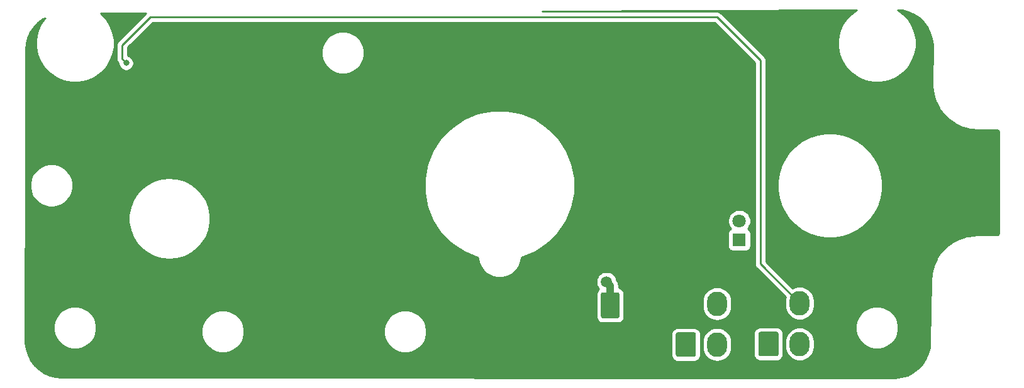
<source format=gbr>
%TF.GenerationSoftware,KiCad,Pcbnew,(5.1.10)-1*%
%TF.CreationDate,2021-11-16T17:05:13+11:00*%
%TF.ProjectId,FCS Panel PCB V2,46435320-5061-46e6-956c-205043422056,rev?*%
%TF.SameCoordinates,Original*%
%TF.FileFunction,Copper,L2,Bot*%
%TF.FilePolarity,Positive*%
%FSLAX46Y46*%
G04 Gerber Fmt 4.6, Leading zero omitted, Abs format (unit mm)*
G04 Created by KiCad (PCBNEW (5.1.10)-1) date 2021-11-16 17:05:13*
%MOMM*%
%LPD*%
G01*
G04 APERTURE LIST*
%TA.AperFunction,ComponentPad*%
%ADD10O,2.700000X3.300000*%
%TD*%
%TA.AperFunction,ComponentPad*%
%ADD11C,1.800000*%
%TD*%
%TA.AperFunction,ComponentPad*%
%ADD12R,1.800000X1.800000*%
%TD*%
%TA.AperFunction,ViaPad*%
%ADD13C,1.500000*%
%TD*%
%TA.AperFunction,ViaPad*%
%ADD14C,0.800000*%
%TD*%
%TA.AperFunction,Conductor*%
%ADD15C,1.000000*%
%TD*%
%TA.AperFunction,Conductor*%
%ADD16C,0.250000*%
%TD*%
%TA.AperFunction,Conductor*%
%ADD17C,0.254000*%
%TD*%
%TA.AperFunction,Conductor*%
%ADD18C,0.100000*%
%TD*%
G04 APERTURE END LIST*
D10*
%TO.P,J2,4*%
%TO.N,/DATAOUT*%
X176624000Y-86788400D03*
%TO.P,J2,3*%
%TO.N,/LEDGND*%
X172424000Y-86788400D03*
%TO.P,J2,2*%
%TO.N,/LED+5V*%
X176624000Y-92288400D03*
%TO.P,J2,1*%
%TA.AperFunction,ComponentPad*%
G36*
G01*
X171074000Y-93688399D02*
X171074000Y-90888401D01*
G75*
G02*
X171324001Y-90638400I250001J0D01*
G01*
X173523999Y-90638400D01*
G75*
G02*
X173774000Y-90888401I0J-250001D01*
G01*
X173774000Y-93688399D01*
G75*
G02*
X173523999Y-93938400I-250001J0D01*
G01*
X171324001Y-93938400D01*
G75*
G02*
X171074000Y-93688399I0J250001D01*
G01*
G37*
%TD.AperFunction*%
%TD*%
%TO.P,J1,4*%
%TO.N,/DATAIN*%
X187747000Y-86717200D03*
%TO.P,J1,3*%
%TO.N,/LEDGND*%
X183547000Y-86717200D03*
%TO.P,J1,2*%
%TO.N,/LED+5V*%
X187747000Y-92217200D03*
%TO.P,J1,1*%
%TA.AperFunction,ComponentPad*%
G36*
G01*
X182197000Y-93617199D02*
X182197000Y-90817201D01*
G75*
G02*
X182447001Y-90567200I250001J0D01*
G01*
X184646999Y-90567200D01*
G75*
G02*
X184897000Y-90817201I0J-250001D01*
G01*
X184897000Y-93617199D01*
G75*
G02*
X184646999Y-93867200I-250001J0D01*
G01*
X182447001Y-93867200D01*
G75*
G02*
X182197000Y-93617199I0J250001D01*
G01*
G37*
%TD.AperFunction*%
%TD*%
D11*
%TO.P,D24,2*%
%TO.N,/LED+5V*%
X179624000Y-75615800D03*
D12*
%TO.P,D24,1*%
%TO.N,Net-(D24-Pad1)*%
X179624000Y-78155800D03*
%TD*%
%TO.P,C1,2*%
%TO.N,/LEDGND*%
%TA.AperFunction,SMDPad,CuDef*%
G36*
G01*
X161242000Y-91747400D02*
X163242000Y-91747400D01*
G75*
G02*
X163492000Y-91997400I0J-250000D01*
G01*
X163492000Y-94997400D01*
G75*
G02*
X163242000Y-95247400I-250000J0D01*
G01*
X161242000Y-95247400D01*
G75*
G02*
X160992000Y-94997400I0J250000D01*
G01*
X160992000Y-91997400D01*
G75*
G02*
X161242000Y-91747400I250000J0D01*
G01*
G37*
%TD.AperFunction*%
%TO.P,C1,1*%
%TO.N,/LED+5V*%
%TA.AperFunction,SMDPad,CuDef*%
G36*
G01*
X161242000Y-85247400D02*
X163242000Y-85247400D01*
G75*
G02*
X163492000Y-85497400I0J-250000D01*
G01*
X163492000Y-88497400D01*
G75*
G02*
X163242000Y-88747400I-250000J0D01*
G01*
X161242000Y-88747400D01*
G75*
G02*
X160992000Y-88497400I0J250000D01*
G01*
X160992000Y-85497400D01*
G75*
G02*
X161242000Y-85247400I250000J0D01*
G01*
G37*
%TD.AperFunction*%
%TD*%
D13*
%TO.N,/LEDGND*%
X210376800Y-75893000D03*
X116171100Y-86789000D03*
X99926100Y-91033600D03*
X88871200Y-79071900D03*
X211640000Y-68414300D03*
X203135700Y-59229100D03*
X163749800Y-64278100D03*
X163580200Y-80251300D03*
X116399600Y-60153800D03*
X107350200Y-60153800D03*
X96623600Y-63755600D03*
X92025100Y-66590300D03*
X205502100Y-75518300D03*
X175390100Y-64357200D03*
X163465600Y-52786100D03*
X108975500Y-94433400D03*
X192015400Y-61425100D03*
X178072100Y-81413500D03*
X101055600Y-87331800D03*
X171091800Y-52663600D03*
X115901400Y-68557400D03*
X115554300Y-91632200D03*
X116176200Y-76713900D03*
%TO.N,/LED+5V*%
X161736100Y-83830500D03*
D14*
%TO.N,/DATAIN*%
X97085150Y-54316630D03*
%TD*%
D15*
%TO.N,/LED+5V*%
X161736100Y-83830500D02*
X162242000Y-84336400D01*
X162242000Y-84336400D02*
X162242000Y-86997400D01*
D16*
%TO.N,/DATAIN*%
X182453390Y-53959870D02*
X176611280Y-48117760D01*
X176611280Y-48117760D02*
X100322380Y-48117760D01*
X100322380Y-48117760D02*
X96542860Y-51897280D01*
X182453390Y-81423590D02*
X182453390Y-53959870D01*
X187747000Y-86717200D02*
X182453390Y-81423590D01*
X96542860Y-51897280D02*
X96542860Y-51897280D01*
X96542860Y-51897280D02*
X96542860Y-53774340D01*
X96542860Y-53774340D02*
X97085150Y-54316630D01*
X97085150Y-54316630D02*
X97096580Y-54328060D01*
%TD*%
D17*
%TO.N,/LEDGND*%
X201582997Y-47214068D02*
X202380904Y-47421163D01*
X203132511Y-47759737D01*
X203816333Y-48220113D01*
X204412804Y-48789118D01*
X204904878Y-49450489D01*
X205278484Y-50185316D01*
X205522937Y-50972583D01*
X205633712Y-51808362D01*
X205638737Y-52073182D01*
X205587707Y-57124950D01*
X205588552Y-57134514D01*
X205594033Y-57423371D01*
X205594668Y-57429478D01*
X205594379Y-57435610D01*
X205599636Y-57497568D01*
X205722665Y-58425801D01*
X205727988Y-58450013D01*
X205731009Y-58474614D01*
X205746630Y-58534799D01*
X206024297Y-59429033D01*
X206033622Y-59451998D01*
X206040746Y-59475743D01*
X206066285Y-59532437D01*
X206490652Y-60367103D01*
X206503710Y-60388164D01*
X206514735Y-60410373D01*
X206549461Y-60461953D01*
X207108392Y-61213183D01*
X207124813Y-61231743D01*
X207139422Y-61251778D01*
X207182342Y-61296769D01*
X207859858Y-61943087D01*
X207879179Y-61958621D01*
X207896948Y-61975901D01*
X207946834Y-62013018D01*
X208723561Y-62535941D01*
X208745223Y-62547998D01*
X208765649Y-62562036D01*
X208821076Y-62590217D01*
X209674806Y-62974794D01*
X209698188Y-62983028D01*
X209720689Y-62993425D01*
X209780072Y-63011864D01*
X210686394Y-63247098D01*
X210710827Y-63251274D01*
X210734760Y-63257732D01*
X210796401Y-63265902D01*
X211725036Y-63344698D01*
X211752844Y-63347434D01*
X214191341Y-63347202D01*
X214292133Y-63357085D01*
X214358057Y-63376989D01*
X214418855Y-63409315D01*
X214472219Y-63452839D01*
X214516112Y-63505896D01*
X214548866Y-63566471D01*
X214569228Y-63632253D01*
X214579600Y-63730931D01*
X214579601Y-77132909D01*
X214569715Y-77233731D01*
X214549811Y-77299658D01*
X214517485Y-77360455D01*
X214473962Y-77413818D01*
X214420900Y-77457715D01*
X214360327Y-77490466D01*
X214294547Y-77510828D01*
X214195869Y-77521200D01*
X211600381Y-77521200D01*
X211594136Y-77521815D01*
X211308629Y-77527233D01*
X211302522Y-77527868D01*
X211296390Y-77527579D01*
X211234433Y-77532836D01*
X210306199Y-77655865D01*
X210281987Y-77661188D01*
X210257386Y-77664209D01*
X210197200Y-77679830D01*
X209302967Y-77957497D01*
X209280004Y-77966821D01*
X209256257Y-77973946D01*
X209199563Y-77999484D01*
X208364897Y-78423852D01*
X208343836Y-78436910D01*
X208321627Y-78447935D01*
X208270047Y-78482661D01*
X207518816Y-79041592D01*
X207500252Y-79058016D01*
X207480222Y-79072622D01*
X207435231Y-79115542D01*
X206788913Y-79793058D01*
X206773380Y-79812377D01*
X206756099Y-79830148D01*
X206718982Y-79880035D01*
X206196059Y-80656761D01*
X206184001Y-80678425D01*
X206169964Y-80698849D01*
X206141783Y-80754276D01*
X205757206Y-81608005D01*
X205748971Y-81631390D01*
X205738575Y-81653889D01*
X205720136Y-81713272D01*
X205484902Y-82619594D01*
X205480726Y-82644025D01*
X205474268Y-82667959D01*
X205466098Y-82729600D01*
X205387650Y-83654133D01*
X205385021Y-83677823D01*
X205283777Y-91865168D01*
X205211363Y-92718596D01*
X205004268Y-93516503D01*
X204665691Y-94268115D01*
X204205318Y-94951932D01*
X203636313Y-95548403D01*
X202974943Y-96040476D01*
X202240117Y-96414082D01*
X201452848Y-96658536D01*
X200617069Y-96769311D01*
X200349083Y-96774396D01*
X88420110Y-96723844D01*
X87570604Y-96651763D01*
X86772697Y-96444668D01*
X86021085Y-96106091D01*
X85337268Y-95645718D01*
X84740797Y-95076713D01*
X84248724Y-94415343D01*
X83875118Y-93680517D01*
X83630664Y-92893248D01*
X83519889Y-92057469D01*
X83514808Y-91789738D01*
X83517461Y-89729146D01*
X87307245Y-89729146D01*
X87307245Y-90299146D01*
X87418446Y-90858192D01*
X87636576Y-91384803D01*
X87953250Y-91858740D01*
X88356300Y-92261790D01*
X88830237Y-92578464D01*
X89356848Y-92796594D01*
X89915894Y-92907795D01*
X90485894Y-92907795D01*
X91044940Y-92796594D01*
X91571551Y-92578464D01*
X92045488Y-92261790D01*
X92448538Y-91858740D01*
X92765212Y-91384803D01*
X92983342Y-90858192D01*
X93094543Y-90299146D01*
X93094543Y-90237146D01*
X107207245Y-90237146D01*
X107207245Y-90807146D01*
X107318446Y-91366192D01*
X107536576Y-91892803D01*
X107853250Y-92366740D01*
X108256300Y-92769790D01*
X108730237Y-93086464D01*
X109256848Y-93304594D01*
X109815894Y-93415795D01*
X110385894Y-93415795D01*
X110944940Y-93304594D01*
X111471551Y-93086464D01*
X111945488Y-92769790D01*
X112348538Y-92366740D01*
X112665212Y-91892803D01*
X112883342Y-91366192D01*
X112994543Y-90807146D01*
X112994543Y-90237147D01*
X131757246Y-90237147D01*
X131757246Y-90807145D01*
X131868447Y-91366192D01*
X132086577Y-91892802D01*
X132403251Y-92366739D01*
X132806301Y-92769789D01*
X133280238Y-93086463D01*
X133806848Y-93304593D01*
X134365895Y-93415794D01*
X134935893Y-93415794D01*
X135494940Y-93304593D01*
X136021550Y-93086463D01*
X136495487Y-92769789D01*
X136898537Y-92366739D01*
X137215211Y-91892802D01*
X137433341Y-91366192D01*
X137528379Y-90888401D01*
X170435928Y-90888401D01*
X170435928Y-93688399D01*
X170452992Y-93861653D01*
X170503529Y-94028250D01*
X170585595Y-94181786D01*
X170696039Y-94316361D01*
X170830614Y-94426805D01*
X170984150Y-94508871D01*
X171150747Y-94559408D01*
X171324001Y-94576472D01*
X173523999Y-94576472D01*
X173697253Y-94559408D01*
X173863850Y-94508871D01*
X174017386Y-94426805D01*
X174151961Y-94316361D01*
X174262405Y-94181786D01*
X174344471Y-94028250D01*
X174395008Y-93861653D01*
X174412072Y-93688399D01*
X174412072Y-91890891D01*
X174639000Y-91890891D01*
X174639000Y-92685910D01*
X174667722Y-92977528D01*
X174781226Y-93351702D01*
X174965547Y-93696543D01*
X175213603Y-93998798D01*
X175515858Y-94246853D01*
X175860699Y-94431174D01*
X176234873Y-94544678D01*
X176624000Y-94583004D01*
X177013128Y-94544678D01*
X177387302Y-94431174D01*
X177732143Y-94246853D01*
X178034398Y-93998798D01*
X178282453Y-93696543D01*
X178466774Y-93351702D01*
X178580278Y-92977527D01*
X178609000Y-92685909D01*
X178609000Y-91890890D01*
X178580278Y-91599272D01*
X178466774Y-91225098D01*
X178282453Y-90880257D01*
X178230705Y-90817201D01*
X181558928Y-90817201D01*
X181558928Y-93617199D01*
X181575992Y-93790453D01*
X181626529Y-93957050D01*
X181708595Y-94110586D01*
X181819039Y-94245161D01*
X181953614Y-94355605D01*
X182107150Y-94437671D01*
X182273747Y-94488208D01*
X182447001Y-94505272D01*
X184646999Y-94505272D01*
X184820253Y-94488208D01*
X184986850Y-94437671D01*
X185140386Y-94355605D01*
X185274961Y-94245161D01*
X185385405Y-94110586D01*
X185467471Y-93957050D01*
X185518008Y-93790453D01*
X185535072Y-93617199D01*
X185535072Y-91819691D01*
X185762000Y-91819691D01*
X185762000Y-92614710D01*
X185790722Y-92906328D01*
X185904226Y-93280502D01*
X186088547Y-93625343D01*
X186336603Y-93927598D01*
X186638858Y-94175653D01*
X186983699Y-94359974D01*
X187357873Y-94473478D01*
X187747000Y-94511804D01*
X188136128Y-94473478D01*
X188510302Y-94359974D01*
X188855143Y-94175653D01*
X189157398Y-93927598D01*
X189405453Y-93625343D01*
X189589774Y-93280502D01*
X189703278Y-92906327D01*
X189732000Y-92614709D01*
X189732000Y-91819690D01*
X189703278Y-91528072D01*
X189589774Y-91153898D01*
X189405453Y-90809057D01*
X189157398Y-90506802D01*
X188855143Y-90258747D01*
X188510301Y-90074426D01*
X188136127Y-89960922D01*
X187747000Y-89922596D01*
X187357872Y-89960922D01*
X186983698Y-90074426D01*
X186638857Y-90258747D01*
X186336602Y-90506802D01*
X186088547Y-90809057D01*
X185904226Y-91153899D01*
X185790722Y-91528073D01*
X185762000Y-91819691D01*
X185535072Y-91819691D01*
X185535072Y-90817201D01*
X185518008Y-90643947D01*
X185467471Y-90477350D01*
X185385405Y-90323814D01*
X185274961Y-90189239D01*
X185140386Y-90078795D01*
X184986850Y-89996729D01*
X184820253Y-89946192D01*
X184646999Y-89929128D01*
X182447001Y-89929128D01*
X182273747Y-89946192D01*
X182107150Y-89996729D01*
X181953614Y-90078795D01*
X181819039Y-90189239D01*
X181708595Y-90323814D01*
X181626529Y-90477350D01*
X181575992Y-90643947D01*
X181558928Y-90817201D01*
X178230705Y-90817201D01*
X178034398Y-90578002D01*
X177732143Y-90329947D01*
X177387301Y-90145626D01*
X177013127Y-90032122D01*
X176624000Y-89993796D01*
X176234872Y-90032122D01*
X175860698Y-90145626D01*
X175515857Y-90329947D01*
X175213602Y-90578002D01*
X174965547Y-90880257D01*
X174781226Y-91225099D01*
X174667722Y-91599273D01*
X174639000Y-91890891D01*
X174412072Y-91890891D01*
X174412072Y-90888401D01*
X174395008Y-90715147D01*
X174344471Y-90548550D01*
X174262405Y-90395014D01*
X174151961Y-90260439D01*
X174017386Y-90149995D01*
X173863850Y-90067929D01*
X173697253Y-90017392D01*
X173523999Y-90000328D01*
X171324001Y-90000328D01*
X171150747Y-90017392D01*
X170984150Y-90067929D01*
X170830614Y-90149995D01*
X170696039Y-90260439D01*
X170585595Y-90395014D01*
X170503529Y-90548550D01*
X170452992Y-90715147D01*
X170435928Y-90888401D01*
X137528379Y-90888401D01*
X137544542Y-90807145D01*
X137544542Y-90237147D01*
X137443495Y-89729147D01*
X195257246Y-89729147D01*
X195257246Y-90299145D01*
X195368447Y-90858192D01*
X195586577Y-91384802D01*
X195903251Y-91858739D01*
X196306301Y-92261789D01*
X196780238Y-92578463D01*
X197306848Y-92796593D01*
X197865895Y-92907794D01*
X198435893Y-92907794D01*
X198994940Y-92796593D01*
X199521550Y-92578463D01*
X199995487Y-92261789D01*
X200398537Y-91858739D01*
X200715211Y-91384802D01*
X200933341Y-90858192D01*
X201044542Y-90299145D01*
X201044542Y-89729147D01*
X200933341Y-89170100D01*
X200715211Y-88643490D01*
X200398537Y-88169553D01*
X199995487Y-87766503D01*
X199521550Y-87449829D01*
X198994940Y-87231699D01*
X198435893Y-87120498D01*
X197865895Y-87120498D01*
X197306848Y-87231699D01*
X196780238Y-87449829D01*
X196306301Y-87766503D01*
X195903251Y-88169553D01*
X195586577Y-88643490D01*
X195368447Y-89170100D01*
X195257246Y-89729147D01*
X137443495Y-89729147D01*
X137433341Y-89678100D01*
X137215211Y-89151490D01*
X136898537Y-88677553D01*
X136495487Y-88274503D01*
X136021550Y-87957829D01*
X135494940Y-87739699D01*
X134935893Y-87628498D01*
X134365895Y-87628498D01*
X133806848Y-87739699D01*
X133280238Y-87957829D01*
X132806301Y-88274503D01*
X132403251Y-88677553D01*
X132086577Y-89151490D01*
X131868447Y-89678100D01*
X131757246Y-90237147D01*
X112994543Y-90237147D01*
X112994543Y-90237146D01*
X112883342Y-89678100D01*
X112665212Y-89151489D01*
X112348538Y-88677552D01*
X111945488Y-88274502D01*
X111471551Y-87957828D01*
X110944940Y-87739698D01*
X110385894Y-87628497D01*
X109815894Y-87628497D01*
X109256848Y-87739698D01*
X108730237Y-87957828D01*
X108256300Y-88274502D01*
X107853250Y-88677552D01*
X107536576Y-89151489D01*
X107318446Y-89678100D01*
X107207245Y-90237146D01*
X93094543Y-90237146D01*
X93094543Y-89729146D01*
X92983342Y-89170100D01*
X92765212Y-88643489D01*
X92448538Y-88169552D01*
X92045488Y-87766502D01*
X91571551Y-87449828D01*
X91044940Y-87231698D01*
X90485894Y-87120497D01*
X89915894Y-87120497D01*
X89356848Y-87231698D01*
X88830237Y-87449828D01*
X88356300Y-87766502D01*
X87953250Y-88169552D01*
X87636576Y-88643489D01*
X87418446Y-89170100D01*
X87307245Y-89729146D01*
X83517461Y-89729146D01*
X83525232Y-83694089D01*
X160351100Y-83694089D01*
X160351100Y-83966911D01*
X160404325Y-84234489D01*
X160508729Y-84486543D01*
X160660301Y-84713386D01*
X160725159Y-84778244D01*
X160614038Y-84869438D01*
X160503595Y-85004014D01*
X160421528Y-85157550D01*
X160370992Y-85324146D01*
X160353928Y-85497400D01*
X160353928Y-88497400D01*
X160370992Y-88670654D01*
X160421528Y-88837250D01*
X160503595Y-88990786D01*
X160614038Y-89125362D01*
X160748614Y-89235805D01*
X160902150Y-89317872D01*
X161068746Y-89368408D01*
X161242000Y-89385472D01*
X163242000Y-89385472D01*
X163415254Y-89368408D01*
X163581850Y-89317872D01*
X163735386Y-89235805D01*
X163869962Y-89125362D01*
X163980405Y-88990786D01*
X164062472Y-88837250D01*
X164113008Y-88670654D01*
X164130072Y-88497400D01*
X164130072Y-86390891D01*
X174639000Y-86390891D01*
X174639000Y-87185910D01*
X174667722Y-87477528D01*
X174781226Y-87851702D01*
X174965547Y-88196543D01*
X175213603Y-88498798D01*
X175515858Y-88746853D01*
X175860699Y-88931174D01*
X176234873Y-89044678D01*
X176624000Y-89083004D01*
X177013128Y-89044678D01*
X177387302Y-88931174D01*
X177732143Y-88746853D01*
X178034398Y-88498798D01*
X178282453Y-88196543D01*
X178466774Y-87851702D01*
X178580278Y-87477527D01*
X178609000Y-87185909D01*
X178609000Y-86390890D01*
X178580278Y-86099272D01*
X178466774Y-85725098D01*
X178282453Y-85380257D01*
X178034398Y-85078002D01*
X177732143Y-84829947D01*
X177387301Y-84645626D01*
X177013127Y-84532122D01*
X176624000Y-84493796D01*
X176234872Y-84532122D01*
X175860698Y-84645626D01*
X175515857Y-84829947D01*
X175213602Y-85078002D01*
X174965547Y-85380257D01*
X174781226Y-85725099D01*
X174667722Y-86099273D01*
X174639000Y-86390891D01*
X164130072Y-86390891D01*
X164130072Y-85497400D01*
X164113008Y-85324146D01*
X164062472Y-85157550D01*
X163980405Y-85004014D01*
X163869962Y-84869438D01*
X163735386Y-84758995D01*
X163581850Y-84676928D01*
X163415254Y-84626392D01*
X163377000Y-84622624D01*
X163377000Y-84392152D01*
X163382491Y-84336400D01*
X163360577Y-84113901D01*
X163295676Y-83899953D01*
X163258553Y-83830500D01*
X163190284Y-83702777D01*
X163101248Y-83594286D01*
X163067875Y-83426511D01*
X162963471Y-83174457D01*
X162811899Y-82947614D01*
X162618986Y-82754701D01*
X162392143Y-82603129D01*
X162140089Y-82498725D01*
X161872511Y-82445500D01*
X161599689Y-82445500D01*
X161332111Y-82498725D01*
X161080057Y-82603129D01*
X160853214Y-82754701D01*
X160660301Y-82947614D01*
X160508729Y-83174457D01*
X160404325Y-83426511D01*
X160351100Y-83694089D01*
X83525232Y-83694089D01*
X83536721Y-74773055D01*
X97406931Y-74773055D01*
X97406931Y-75791237D01*
X97594021Y-76792082D01*
X97961831Y-77741507D01*
X98497834Y-78607183D01*
X99183778Y-79359628D01*
X99996305Y-79973219D01*
X100907743Y-80427062D01*
X101887056Y-80705700D01*
X102900894Y-80799646D01*
X103914732Y-80705700D01*
X104894045Y-80427062D01*
X105805483Y-79973219D01*
X106618010Y-79359628D01*
X107303954Y-78607183D01*
X107839957Y-77741507D01*
X108207767Y-76792082D01*
X108394857Y-75791237D01*
X108394857Y-74773055D01*
X108207767Y-73772210D01*
X107839957Y-72822785D01*
X107303954Y-71957109D01*
X106618010Y-71204664D01*
X105805483Y-70591073D01*
X104894045Y-70137230D01*
X103914732Y-69858592D01*
X103711115Y-69839724D01*
X137223894Y-69839724D01*
X137223894Y-71834568D01*
X137613069Y-73791083D01*
X138376463Y-75634079D01*
X139484740Y-77292732D01*
X140895308Y-78703300D01*
X142553961Y-79811577D01*
X144396957Y-80574971D01*
X144437894Y-80583114D01*
X144437894Y-80649051D01*
X144549839Y-81211837D01*
X144769427Y-81741969D01*
X145088219Y-82219075D01*
X145493965Y-82624821D01*
X145971071Y-82943613D01*
X146501203Y-83163201D01*
X147063989Y-83275146D01*
X147637799Y-83275146D01*
X148200585Y-83163201D01*
X148730717Y-82943613D01*
X149207823Y-82624821D01*
X149613569Y-82219075D01*
X149932361Y-81741969D01*
X150151949Y-81211837D01*
X150263894Y-80649051D01*
X150263894Y-80583114D01*
X150304831Y-80574971D01*
X152147827Y-79811577D01*
X153806480Y-78703300D01*
X155217048Y-77292732D01*
X155241725Y-77255800D01*
X178085928Y-77255800D01*
X178085928Y-79055800D01*
X178098188Y-79180282D01*
X178134498Y-79299980D01*
X178193463Y-79410294D01*
X178272815Y-79506985D01*
X178369506Y-79586337D01*
X178479820Y-79645302D01*
X178599518Y-79681612D01*
X178724000Y-79693872D01*
X180524000Y-79693872D01*
X180648482Y-79681612D01*
X180768180Y-79645302D01*
X180878494Y-79586337D01*
X180975185Y-79506985D01*
X181054537Y-79410294D01*
X181113502Y-79299980D01*
X181149812Y-79180282D01*
X181162072Y-79055800D01*
X181162072Y-77255800D01*
X181149812Y-77131318D01*
X181113502Y-77011620D01*
X181054537Y-76901306D01*
X180975185Y-76804615D01*
X180878494Y-76725263D01*
X180768180Y-76666298D01*
X180749873Y-76660744D01*
X180816312Y-76594305D01*
X180984299Y-76342895D01*
X181100011Y-76063543D01*
X181159000Y-75766984D01*
X181159000Y-75464616D01*
X181100011Y-75168057D01*
X180984299Y-74888705D01*
X180816312Y-74637295D01*
X180602505Y-74423488D01*
X180351095Y-74255501D01*
X180071743Y-74139789D01*
X179775184Y-74080800D01*
X179472816Y-74080800D01*
X179176257Y-74139789D01*
X178896905Y-74255501D01*
X178645495Y-74423488D01*
X178431688Y-74637295D01*
X178263701Y-74888705D01*
X178147989Y-75168057D01*
X178089000Y-75464616D01*
X178089000Y-75766984D01*
X178147989Y-76063543D01*
X178263701Y-76342895D01*
X178431688Y-76594305D01*
X178498127Y-76660744D01*
X178479820Y-76666298D01*
X178369506Y-76725263D01*
X178272815Y-76804615D01*
X178193463Y-76901306D01*
X178134498Y-77011620D01*
X178098188Y-77131318D01*
X178085928Y-77255800D01*
X155241725Y-77255800D01*
X156325325Y-75634079D01*
X157088719Y-73791083D01*
X157477894Y-71834568D01*
X157477894Y-69839724D01*
X157088719Y-67883209D01*
X156325325Y-66040213D01*
X155217048Y-64381560D01*
X153806480Y-62970992D01*
X152147827Y-61862715D01*
X150304831Y-61099321D01*
X148348316Y-60710146D01*
X146353472Y-60710146D01*
X144396957Y-61099321D01*
X142553961Y-61862715D01*
X140895308Y-62970992D01*
X139484740Y-64381560D01*
X138376463Y-66040213D01*
X137613069Y-67883209D01*
X137223894Y-69839724D01*
X103711115Y-69839724D01*
X102900894Y-69764646D01*
X101887056Y-69858592D01*
X100907743Y-70137230D01*
X99996305Y-70591073D01*
X99183778Y-71204664D01*
X98497834Y-71957109D01*
X97961831Y-72822785D01*
X97594021Y-73772210D01*
X97406931Y-74773055D01*
X83536721Y-74773055D01*
X83542163Y-70547147D01*
X84132246Y-70547147D01*
X84132246Y-71117145D01*
X84243447Y-71676192D01*
X84461577Y-72202802D01*
X84778251Y-72676739D01*
X85181301Y-73079789D01*
X85655238Y-73396463D01*
X86181848Y-73614593D01*
X86740895Y-73725794D01*
X87310893Y-73725794D01*
X87869940Y-73614593D01*
X88396550Y-73396463D01*
X88870487Y-73079789D01*
X89273537Y-72676739D01*
X89590211Y-72202802D01*
X89808341Y-71676192D01*
X89919542Y-71117145D01*
X89919542Y-70547147D01*
X89808341Y-69988100D01*
X89590211Y-69461490D01*
X89273537Y-68987553D01*
X88870487Y-68584503D01*
X88396550Y-68267829D01*
X87869940Y-68049699D01*
X87310893Y-67938498D01*
X86740895Y-67938498D01*
X86181848Y-68049699D01*
X85655238Y-68267829D01*
X85181301Y-68584503D01*
X84778251Y-68987553D01*
X84461577Y-69461490D01*
X84243447Y-69988100D01*
X84132246Y-70547147D01*
X83542163Y-70547147D01*
X83565333Y-52555580D01*
X83637437Y-51705804D01*
X83844532Y-50907897D01*
X84183106Y-50156290D01*
X84643482Y-49472468D01*
X85212487Y-48875997D01*
X85873858Y-48383923D01*
X86159584Y-48238652D01*
X86101981Y-48296255D01*
X85524477Y-49160549D01*
X85126686Y-50120902D01*
X84923894Y-51140407D01*
X84923894Y-52179885D01*
X85126686Y-53199390D01*
X85524477Y-54159743D01*
X86101981Y-55024037D01*
X86837003Y-55759059D01*
X87701297Y-56336563D01*
X88661650Y-56734354D01*
X89681155Y-56937146D01*
X90720633Y-56937146D01*
X91740138Y-56734354D01*
X92700491Y-56336563D01*
X93564785Y-55759059D01*
X94299807Y-55024037D01*
X94877311Y-54159743D01*
X95275102Y-53199390D01*
X95477894Y-52179885D01*
X95477894Y-51140407D01*
X95275102Y-50120902D01*
X94877311Y-49160549D01*
X94299807Y-48296255D01*
X93630316Y-47626764D01*
X99764943Y-47599005D01*
X99758585Y-47606752D01*
X96031863Y-51333476D01*
X96002859Y-51357279D01*
X95907886Y-51473004D01*
X95837314Y-51605033D01*
X95793857Y-51748294D01*
X95779183Y-51897280D01*
X95782860Y-51934613D01*
X95782861Y-53737008D01*
X95779184Y-53774340D01*
X95782861Y-53811673D01*
X95790808Y-53892354D01*
X95793858Y-53923325D01*
X95837314Y-54066586D01*
X95907886Y-54198616D01*
X95921079Y-54214691D01*
X96002860Y-54314341D01*
X96031858Y-54338139D01*
X96050150Y-54356431D01*
X96050150Y-54418569D01*
X96089924Y-54618528D01*
X96167945Y-54806886D01*
X96281213Y-54976404D01*
X96425376Y-55120567D01*
X96594894Y-55233835D01*
X96783252Y-55311856D01*
X96983211Y-55351630D01*
X97187089Y-55351630D01*
X97387048Y-55311856D01*
X97575406Y-55233835D01*
X97744924Y-55120567D01*
X97889087Y-54976404D01*
X98002355Y-54806886D01*
X98080376Y-54618528D01*
X98120150Y-54418569D01*
X98120150Y-54214691D01*
X98080376Y-54014732D01*
X98002355Y-53826374D01*
X97889087Y-53656856D01*
X97744924Y-53512693D01*
X97575406Y-53399425D01*
X97387048Y-53321404D01*
X97302860Y-53304658D01*
X97302860Y-52633860D01*
X123365232Y-52633860D01*
X123365232Y-53203860D01*
X123476433Y-53762906D01*
X123694563Y-54289517D01*
X124011237Y-54763454D01*
X124414287Y-55166504D01*
X124888224Y-55483178D01*
X125414835Y-55701308D01*
X125973881Y-55812509D01*
X126543881Y-55812509D01*
X127102927Y-55701308D01*
X127629538Y-55483178D01*
X128103475Y-55166504D01*
X128506525Y-54763454D01*
X128823199Y-54289517D01*
X129041329Y-53762906D01*
X129152530Y-53203860D01*
X129152530Y-52633860D01*
X129041329Y-52074814D01*
X128823199Y-51548203D01*
X128506525Y-51074266D01*
X128103475Y-50671216D01*
X127629538Y-50354542D01*
X127102927Y-50136412D01*
X126543881Y-50025211D01*
X125973881Y-50025211D01*
X125414835Y-50136412D01*
X124888224Y-50354542D01*
X124414287Y-50671216D01*
X124011237Y-51074266D01*
X123694563Y-51548203D01*
X123476433Y-52074814D01*
X123365232Y-52633860D01*
X97302860Y-52633860D01*
X97302860Y-52212081D01*
X100637183Y-48877760D01*
X176296479Y-48877760D01*
X181693391Y-54274673D01*
X181693390Y-81386268D01*
X181689714Y-81423590D01*
X181693390Y-81460912D01*
X181693390Y-81460922D01*
X181704387Y-81572575D01*
X181734330Y-81671285D01*
X181747844Y-81715836D01*
X181818416Y-81847866D01*
X181858261Y-81896416D01*
X181913389Y-81963591D01*
X181942393Y-81987394D01*
X185835490Y-85880492D01*
X185790722Y-86028073D01*
X185762000Y-86319691D01*
X185762000Y-87114710D01*
X185790722Y-87406328D01*
X185904226Y-87780502D01*
X186088547Y-88125343D01*
X186336603Y-88427598D01*
X186638858Y-88675653D01*
X186983699Y-88859974D01*
X187357873Y-88973478D01*
X187747000Y-89011804D01*
X188136128Y-88973478D01*
X188510302Y-88859974D01*
X188855143Y-88675653D01*
X189157398Y-88427598D01*
X189405453Y-88125343D01*
X189589774Y-87780502D01*
X189703278Y-87406327D01*
X189732000Y-87114709D01*
X189732000Y-86319690D01*
X189703278Y-86028072D01*
X189589774Y-85653898D01*
X189405453Y-85309057D01*
X189157398Y-85006802D01*
X188855143Y-84758747D01*
X188510301Y-84574426D01*
X188136127Y-84460922D01*
X187747000Y-84422596D01*
X187357872Y-84460922D01*
X186983698Y-84574426D01*
X186785152Y-84680551D01*
X183213390Y-81108789D01*
X183213390Y-70279694D01*
X184717797Y-70279694D01*
X184717797Y-71394598D01*
X184892207Y-72495775D01*
X185236731Y-73556111D01*
X185742886Y-74549498D01*
X186398210Y-75451474D01*
X187186566Y-76239830D01*
X188088542Y-76895154D01*
X189081929Y-77401309D01*
X190142265Y-77745833D01*
X191243442Y-77920243D01*
X192358346Y-77920243D01*
X193459523Y-77745833D01*
X194519859Y-77401309D01*
X195513246Y-76895154D01*
X196415222Y-76239830D01*
X197203578Y-75451474D01*
X197858902Y-74549498D01*
X198365057Y-73556111D01*
X198709581Y-72495775D01*
X198883991Y-71394598D01*
X198883991Y-70279694D01*
X198709581Y-69178517D01*
X198365057Y-68118181D01*
X197858902Y-67124794D01*
X197203578Y-66222818D01*
X196415222Y-65434462D01*
X195513246Y-64779138D01*
X194519859Y-64272983D01*
X193459523Y-63928459D01*
X192358346Y-63754049D01*
X191243442Y-63754049D01*
X190142265Y-63928459D01*
X189081929Y-64272983D01*
X188088542Y-64779138D01*
X187186566Y-65434462D01*
X186398210Y-66222818D01*
X185742886Y-67124794D01*
X185236731Y-68118181D01*
X184892207Y-69178517D01*
X184717797Y-70279694D01*
X183213390Y-70279694D01*
X183213390Y-53997192D01*
X183217066Y-53959869D01*
X183213390Y-53922546D01*
X183213390Y-53922537D01*
X183202393Y-53810884D01*
X183158936Y-53667623D01*
X183088364Y-53535594D01*
X182993391Y-53419869D01*
X182964393Y-53396071D01*
X177175084Y-47606763D01*
X177151281Y-47577759D01*
X177035556Y-47482786D01*
X176903527Y-47412214D01*
X176760266Y-47368757D01*
X176648613Y-47357760D01*
X176648602Y-47357760D01*
X176611280Y-47354084D01*
X176573958Y-47357760D01*
X153080069Y-47357760D01*
X195377961Y-47166367D01*
X194787003Y-47561233D01*
X194051981Y-48296255D01*
X193474477Y-49160549D01*
X193076686Y-50120902D01*
X192873894Y-51140407D01*
X192873894Y-52179885D01*
X193076686Y-53199390D01*
X193474477Y-54159743D01*
X194051981Y-55024037D01*
X194787003Y-55759059D01*
X195651297Y-56336563D01*
X196611650Y-56734354D01*
X197631155Y-56937146D01*
X198670633Y-56937146D01*
X199690138Y-56734354D01*
X200650491Y-56336563D01*
X201514785Y-55759059D01*
X202249807Y-55024037D01*
X202827311Y-54159743D01*
X203225102Y-53199390D01*
X203427894Y-52179885D01*
X203427894Y-51140407D01*
X203225102Y-50120902D01*
X202827311Y-49160549D01*
X202249807Y-48296255D01*
X201514785Y-47561233D01*
X200909719Y-47156940D01*
X201582997Y-47214068D01*
%TA.AperFunction,Conductor*%
D18*
G36*
X201582997Y-47214068D02*
G01*
X202380904Y-47421163D01*
X203132511Y-47759737D01*
X203816333Y-48220113D01*
X204412804Y-48789118D01*
X204904878Y-49450489D01*
X205278484Y-50185316D01*
X205522937Y-50972583D01*
X205633712Y-51808362D01*
X205638737Y-52073182D01*
X205587707Y-57124950D01*
X205588552Y-57134514D01*
X205594033Y-57423371D01*
X205594668Y-57429478D01*
X205594379Y-57435610D01*
X205599636Y-57497568D01*
X205722665Y-58425801D01*
X205727988Y-58450013D01*
X205731009Y-58474614D01*
X205746630Y-58534799D01*
X206024297Y-59429033D01*
X206033622Y-59451998D01*
X206040746Y-59475743D01*
X206066285Y-59532437D01*
X206490652Y-60367103D01*
X206503710Y-60388164D01*
X206514735Y-60410373D01*
X206549461Y-60461953D01*
X207108392Y-61213183D01*
X207124813Y-61231743D01*
X207139422Y-61251778D01*
X207182342Y-61296769D01*
X207859858Y-61943087D01*
X207879179Y-61958621D01*
X207896948Y-61975901D01*
X207946834Y-62013018D01*
X208723561Y-62535941D01*
X208745223Y-62547998D01*
X208765649Y-62562036D01*
X208821076Y-62590217D01*
X209674806Y-62974794D01*
X209698188Y-62983028D01*
X209720689Y-62993425D01*
X209780072Y-63011864D01*
X210686394Y-63247098D01*
X210710827Y-63251274D01*
X210734760Y-63257732D01*
X210796401Y-63265902D01*
X211725036Y-63344698D01*
X211752844Y-63347434D01*
X214191341Y-63347202D01*
X214292133Y-63357085D01*
X214358057Y-63376989D01*
X214418855Y-63409315D01*
X214472219Y-63452839D01*
X214516112Y-63505896D01*
X214548866Y-63566471D01*
X214569228Y-63632253D01*
X214579600Y-63730931D01*
X214579601Y-77132909D01*
X214569715Y-77233731D01*
X214549811Y-77299658D01*
X214517485Y-77360455D01*
X214473962Y-77413818D01*
X214420900Y-77457715D01*
X214360327Y-77490466D01*
X214294547Y-77510828D01*
X214195869Y-77521200D01*
X211600381Y-77521200D01*
X211594136Y-77521815D01*
X211308629Y-77527233D01*
X211302522Y-77527868D01*
X211296390Y-77527579D01*
X211234433Y-77532836D01*
X210306199Y-77655865D01*
X210281987Y-77661188D01*
X210257386Y-77664209D01*
X210197200Y-77679830D01*
X209302967Y-77957497D01*
X209280004Y-77966821D01*
X209256257Y-77973946D01*
X209199563Y-77999484D01*
X208364897Y-78423852D01*
X208343836Y-78436910D01*
X208321627Y-78447935D01*
X208270047Y-78482661D01*
X207518816Y-79041592D01*
X207500252Y-79058016D01*
X207480222Y-79072622D01*
X207435231Y-79115542D01*
X206788913Y-79793058D01*
X206773380Y-79812377D01*
X206756099Y-79830148D01*
X206718982Y-79880035D01*
X206196059Y-80656761D01*
X206184001Y-80678425D01*
X206169964Y-80698849D01*
X206141783Y-80754276D01*
X205757206Y-81608005D01*
X205748971Y-81631390D01*
X205738575Y-81653889D01*
X205720136Y-81713272D01*
X205484902Y-82619594D01*
X205480726Y-82644025D01*
X205474268Y-82667959D01*
X205466098Y-82729600D01*
X205387650Y-83654133D01*
X205385021Y-83677823D01*
X205283777Y-91865168D01*
X205211363Y-92718596D01*
X205004268Y-93516503D01*
X204665691Y-94268115D01*
X204205318Y-94951932D01*
X203636313Y-95548403D01*
X202974943Y-96040476D01*
X202240117Y-96414082D01*
X201452848Y-96658536D01*
X200617069Y-96769311D01*
X200349083Y-96774396D01*
X88420110Y-96723844D01*
X87570604Y-96651763D01*
X86772697Y-96444668D01*
X86021085Y-96106091D01*
X85337268Y-95645718D01*
X84740797Y-95076713D01*
X84248724Y-94415343D01*
X83875118Y-93680517D01*
X83630664Y-92893248D01*
X83519889Y-92057469D01*
X83514808Y-91789738D01*
X83517461Y-89729146D01*
X87307245Y-89729146D01*
X87307245Y-90299146D01*
X87418446Y-90858192D01*
X87636576Y-91384803D01*
X87953250Y-91858740D01*
X88356300Y-92261790D01*
X88830237Y-92578464D01*
X89356848Y-92796594D01*
X89915894Y-92907795D01*
X90485894Y-92907795D01*
X91044940Y-92796594D01*
X91571551Y-92578464D01*
X92045488Y-92261790D01*
X92448538Y-91858740D01*
X92765212Y-91384803D01*
X92983342Y-90858192D01*
X93094543Y-90299146D01*
X93094543Y-90237146D01*
X107207245Y-90237146D01*
X107207245Y-90807146D01*
X107318446Y-91366192D01*
X107536576Y-91892803D01*
X107853250Y-92366740D01*
X108256300Y-92769790D01*
X108730237Y-93086464D01*
X109256848Y-93304594D01*
X109815894Y-93415795D01*
X110385894Y-93415795D01*
X110944940Y-93304594D01*
X111471551Y-93086464D01*
X111945488Y-92769790D01*
X112348538Y-92366740D01*
X112665212Y-91892803D01*
X112883342Y-91366192D01*
X112994543Y-90807146D01*
X112994543Y-90237147D01*
X131757246Y-90237147D01*
X131757246Y-90807145D01*
X131868447Y-91366192D01*
X132086577Y-91892802D01*
X132403251Y-92366739D01*
X132806301Y-92769789D01*
X133280238Y-93086463D01*
X133806848Y-93304593D01*
X134365895Y-93415794D01*
X134935893Y-93415794D01*
X135494940Y-93304593D01*
X136021550Y-93086463D01*
X136495487Y-92769789D01*
X136898537Y-92366739D01*
X137215211Y-91892802D01*
X137433341Y-91366192D01*
X137528379Y-90888401D01*
X170435928Y-90888401D01*
X170435928Y-93688399D01*
X170452992Y-93861653D01*
X170503529Y-94028250D01*
X170585595Y-94181786D01*
X170696039Y-94316361D01*
X170830614Y-94426805D01*
X170984150Y-94508871D01*
X171150747Y-94559408D01*
X171324001Y-94576472D01*
X173523999Y-94576472D01*
X173697253Y-94559408D01*
X173863850Y-94508871D01*
X174017386Y-94426805D01*
X174151961Y-94316361D01*
X174262405Y-94181786D01*
X174344471Y-94028250D01*
X174395008Y-93861653D01*
X174412072Y-93688399D01*
X174412072Y-91890891D01*
X174639000Y-91890891D01*
X174639000Y-92685910D01*
X174667722Y-92977528D01*
X174781226Y-93351702D01*
X174965547Y-93696543D01*
X175213603Y-93998798D01*
X175515858Y-94246853D01*
X175860699Y-94431174D01*
X176234873Y-94544678D01*
X176624000Y-94583004D01*
X177013128Y-94544678D01*
X177387302Y-94431174D01*
X177732143Y-94246853D01*
X178034398Y-93998798D01*
X178282453Y-93696543D01*
X178466774Y-93351702D01*
X178580278Y-92977527D01*
X178609000Y-92685909D01*
X178609000Y-91890890D01*
X178580278Y-91599272D01*
X178466774Y-91225098D01*
X178282453Y-90880257D01*
X178230705Y-90817201D01*
X181558928Y-90817201D01*
X181558928Y-93617199D01*
X181575992Y-93790453D01*
X181626529Y-93957050D01*
X181708595Y-94110586D01*
X181819039Y-94245161D01*
X181953614Y-94355605D01*
X182107150Y-94437671D01*
X182273747Y-94488208D01*
X182447001Y-94505272D01*
X184646999Y-94505272D01*
X184820253Y-94488208D01*
X184986850Y-94437671D01*
X185140386Y-94355605D01*
X185274961Y-94245161D01*
X185385405Y-94110586D01*
X185467471Y-93957050D01*
X185518008Y-93790453D01*
X185535072Y-93617199D01*
X185535072Y-91819691D01*
X185762000Y-91819691D01*
X185762000Y-92614710D01*
X185790722Y-92906328D01*
X185904226Y-93280502D01*
X186088547Y-93625343D01*
X186336603Y-93927598D01*
X186638858Y-94175653D01*
X186983699Y-94359974D01*
X187357873Y-94473478D01*
X187747000Y-94511804D01*
X188136128Y-94473478D01*
X188510302Y-94359974D01*
X188855143Y-94175653D01*
X189157398Y-93927598D01*
X189405453Y-93625343D01*
X189589774Y-93280502D01*
X189703278Y-92906327D01*
X189732000Y-92614709D01*
X189732000Y-91819690D01*
X189703278Y-91528072D01*
X189589774Y-91153898D01*
X189405453Y-90809057D01*
X189157398Y-90506802D01*
X188855143Y-90258747D01*
X188510301Y-90074426D01*
X188136127Y-89960922D01*
X187747000Y-89922596D01*
X187357872Y-89960922D01*
X186983698Y-90074426D01*
X186638857Y-90258747D01*
X186336602Y-90506802D01*
X186088547Y-90809057D01*
X185904226Y-91153899D01*
X185790722Y-91528073D01*
X185762000Y-91819691D01*
X185535072Y-91819691D01*
X185535072Y-90817201D01*
X185518008Y-90643947D01*
X185467471Y-90477350D01*
X185385405Y-90323814D01*
X185274961Y-90189239D01*
X185140386Y-90078795D01*
X184986850Y-89996729D01*
X184820253Y-89946192D01*
X184646999Y-89929128D01*
X182447001Y-89929128D01*
X182273747Y-89946192D01*
X182107150Y-89996729D01*
X181953614Y-90078795D01*
X181819039Y-90189239D01*
X181708595Y-90323814D01*
X181626529Y-90477350D01*
X181575992Y-90643947D01*
X181558928Y-90817201D01*
X178230705Y-90817201D01*
X178034398Y-90578002D01*
X177732143Y-90329947D01*
X177387301Y-90145626D01*
X177013127Y-90032122D01*
X176624000Y-89993796D01*
X176234872Y-90032122D01*
X175860698Y-90145626D01*
X175515857Y-90329947D01*
X175213602Y-90578002D01*
X174965547Y-90880257D01*
X174781226Y-91225099D01*
X174667722Y-91599273D01*
X174639000Y-91890891D01*
X174412072Y-91890891D01*
X174412072Y-90888401D01*
X174395008Y-90715147D01*
X174344471Y-90548550D01*
X174262405Y-90395014D01*
X174151961Y-90260439D01*
X174017386Y-90149995D01*
X173863850Y-90067929D01*
X173697253Y-90017392D01*
X173523999Y-90000328D01*
X171324001Y-90000328D01*
X171150747Y-90017392D01*
X170984150Y-90067929D01*
X170830614Y-90149995D01*
X170696039Y-90260439D01*
X170585595Y-90395014D01*
X170503529Y-90548550D01*
X170452992Y-90715147D01*
X170435928Y-90888401D01*
X137528379Y-90888401D01*
X137544542Y-90807145D01*
X137544542Y-90237147D01*
X137443495Y-89729147D01*
X195257246Y-89729147D01*
X195257246Y-90299145D01*
X195368447Y-90858192D01*
X195586577Y-91384802D01*
X195903251Y-91858739D01*
X196306301Y-92261789D01*
X196780238Y-92578463D01*
X197306848Y-92796593D01*
X197865895Y-92907794D01*
X198435893Y-92907794D01*
X198994940Y-92796593D01*
X199521550Y-92578463D01*
X199995487Y-92261789D01*
X200398537Y-91858739D01*
X200715211Y-91384802D01*
X200933341Y-90858192D01*
X201044542Y-90299145D01*
X201044542Y-89729147D01*
X200933341Y-89170100D01*
X200715211Y-88643490D01*
X200398537Y-88169553D01*
X199995487Y-87766503D01*
X199521550Y-87449829D01*
X198994940Y-87231699D01*
X198435893Y-87120498D01*
X197865895Y-87120498D01*
X197306848Y-87231699D01*
X196780238Y-87449829D01*
X196306301Y-87766503D01*
X195903251Y-88169553D01*
X195586577Y-88643490D01*
X195368447Y-89170100D01*
X195257246Y-89729147D01*
X137443495Y-89729147D01*
X137433341Y-89678100D01*
X137215211Y-89151490D01*
X136898537Y-88677553D01*
X136495487Y-88274503D01*
X136021550Y-87957829D01*
X135494940Y-87739699D01*
X134935893Y-87628498D01*
X134365895Y-87628498D01*
X133806848Y-87739699D01*
X133280238Y-87957829D01*
X132806301Y-88274503D01*
X132403251Y-88677553D01*
X132086577Y-89151490D01*
X131868447Y-89678100D01*
X131757246Y-90237147D01*
X112994543Y-90237147D01*
X112994543Y-90237146D01*
X112883342Y-89678100D01*
X112665212Y-89151489D01*
X112348538Y-88677552D01*
X111945488Y-88274502D01*
X111471551Y-87957828D01*
X110944940Y-87739698D01*
X110385894Y-87628497D01*
X109815894Y-87628497D01*
X109256848Y-87739698D01*
X108730237Y-87957828D01*
X108256300Y-88274502D01*
X107853250Y-88677552D01*
X107536576Y-89151489D01*
X107318446Y-89678100D01*
X107207245Y-90237146D01*
X93094543Y-90237146D01*
X93094543Y-89729146D01*
X92983342Y-89170100D01*
X92765212Y-88643489D01*
X92448538Y-88169552D01*
X92045488Y-87766502D01*
X91571551Y-87449828D01*
X91044940Y-87231698D01*
X90485894Y-87120497D01*
X89915894Y-87120497D01*
X89356848Y-87231698D01*
X88830237Y-87449828D01*
X88356300Y-87766502D01*
X87953250Y-88169552D01*
X87636576Y-88643489D01*
X87418446Y-89170100D01*
X87307245Y-89729146D01*
X83517461Y-89729146D01*
X83525232Y-83694089D01*
X160351100Y-83694089D01*
X160351100Y-83966911D01*
X160404325Y-84234489D01*
X160508729Y-84486543D01*
X160660301Y-84713386D01*
X160725159Y-84778244D01*
X160614038Y-84869438D01*
X160503595Y-85004014D01*
X160421528Y-85157550D01*
X160370992Y-85324146D01*
X160353928Y-85497400D01*
X160353928Y-88497400D01*
X160370992Y-88670654D01*
X160421528Y-88837250D01*
X160503595Y-88990786D01*
X160614038Y-89125362D01*
X160748614Y-89235805D01*
X160902150Y-89317872D01*
X161068746Y-89368408D01*
X161242000Y-89385472D01*
X163242000Y-89385472D01*
X163415254Y-89368408D01*
X163581850Y-89317872D01*
X163735386Y-89235805D01*
X163869962Y-89125362D01*
X163980405Y-88990786D01*
X164062472Y-88837250D01*
X164113008Y-88670654D01*
X164130072Y-88497400D01*
X164130072Y-86390891D01*
X174639000Y-86390891D01*
X174639000Y-87185910D01*
X174667722Y-87477528D01*
X174781226Y-87851702D01*
X174965547Y-88196543D01*
X175213603Y-88498798D01*
X175515858Y-88746853D01*
X175860699Y-88931174D01*
X176234873Y-89044678D01*
X176624000Y-89083004D01*
X177013128Y-89044678D01*
X177387302Y-88931174D01*
X177732143Y-88746853D01*
X178034398Y-88498798D01*
X178282453Y-88196543D01*
X178466774Y-87851702D01*
X178580278Y-87477527D01*
X178609000Y-87185909D01*
X178609000Y-86390890D01*
X178580278Y-86099272D01*
X178466774Y-85725098D01*
X178282453Y-85380257D01*
X178034398Y-85078002D01*
X177732143Y-84829947D01*
X177387301Y-84645626D01*
X177013127Y-84532122D01*
X176624000Y-84493796D01*
X176234872Y-84532122D01*
X175860698Y-84645626D01*
X175515857Y-84829947D01*
X175213602Y-85078002D01*
X174965547Y-85380257D01*
X174781226Y-85725099D01*
X174667722Y-86099273D01*
X174639000Y-86390891D01*
X164130072Y-86390891D01*
X164130072Y-85497400D01*
X164113008Y-85324146D01*
X164062472Y-85157550D01*
X163980405Y-85004014D01*
X163869962Y-84869438D01*
X163735386Y-84758995D01*
X163581850Y-84676928D01*
X163415254Y-84626392D01*
X163377000Y-84622624D01*
X163377000Y-84392152D01*
X163382491Y-84336400D01*
X163360577Y-84113901D01*
X163295676Y-83899953D01*
X163258553Y-83830500D01*
X163190284Y-83702777D01*
X163101248Y-83594286D01*
X163067875Y-83426511D01*
X162963471Y-83174457D01*
X162811899Y-82947614D01*
X162618986Y-82754701D01*
X162392143Y-82603129D01*
X162140089Y-82498725D01*
X161872511Y-82445500D01*
X161599689Y-82445500D01*
X161332111Y-82498725D01*
X161080057Y-82603129D01*
X160853214Y-82754701D01*
X160660301Y-82947614D01*
X160508729Y-83174457D01*
X160404325Y-83426511D01*
X160351100Y-83694089D01*
X83525232Y-83694089D01*
X83536721Y-74773055D01*
X97406931Y-74773055D01*
X97406931Y-75791237D01*
X97594021Y-76792082D01*
X97961831Y-77741507D01*
X98497834Y-78607183D01*
X99183778Y-79359628D01*
X99996305Y-79973219D01*
X100907743Y-80427062D01*
X101887056Y-80705700D01*
X102900894Y-80799646D01*
X103914732Y-80705700D01*
X104894045Y-80427062D01*
X105805483Y-79973219D01*
X106618010Y-79359628D01*
X107303954Y-78607183D01*
X107839957Y-77741507D01*
X108207767Y-76792082D01*
X108394857Y-75791237D01*
X108394857Y-74773055D01*
X108207767Y-73772210D01*
X107839957Y-72822785D01*
X107303954Y-71957109D01*
X106618010Y-71204664D01*
X105805483Y-70591073D01*
X104894045Y-70137230D01*
X103914732Y-69858592D01*
X103711115Y-69839724D01*
X137223894Y-69839724D01*
X137223894Y-71834568D01*
X137613069Y-73791083D01*
X138376463Y-75634079D01*
X139484740Y-77292732D01*
X140895308Y-78703300D01*
X142553961Y-79811577D01*
X144396957Y-80574971D01*
X144437894Y-80583114D01*
X144437894Y-80649051D01*
X144549839Y-81211837D01*
X144769427Y-81741969D01*
X145088219Y-82219075D01*
X145493965Y-82624821D01*
X145971071Y-82943613D01*
X146501203Y-83163201D01*
X147063989Y-83275146D01*
X147637799Y-83275146D01*
X148200585Y-83163201D01*
X148730717Y-82943613D01*
X149207823Y-82624821D01*
X149613569Y-82219075D01*
X149932361Y-81741969D01*
X150151949Y-81211837D01*
X150263894Y-80649051D01*
X150263894Y-80583114D01*
X150304831Y-80574971D01*
X152147827Y-79811577D01*
X153806480Y-78703300D01*
X155217048Y-77292732D01*
X155241725Y-77255800D01*
X178085928Y-77255800D01*
X178085928Y-79055800D01*
X178098188Y-79180282D01*
X178134498Y-79299980D01*
X178193463Y-79410294D01*
X178272815Y-79506985D01*
X178369506Y-79586337D01*
X178479820Y-79645302D01*
X178599518Y-79681612D01*
X178724000Y-79693872D01*
X180524000Y-79693872D01*
X180648482Y-79681612D01*
X180768180Y-79645302D01*
X180878494Y-79586337D01*
X180975185Y-79506985D01*
X181054537Y-79410294D01*
X181113502Y-79299980D01*
X181149812Y-79180282D01*
X181162072Y-79055800D01*
X181162072Y-77255800D01*
X181149812Y-77131318D01*
X181113502Y-77011620D01*
X181054537Y-76901306D01*
X180975185Y-76804615D01*
X180878494Y-76725263D01*
X180768180Y-76666298D01*
X180749873Y-76660744D01*
X180816312Y-76594305D01*
X180984299Y-76342895D01*
X181100011Y-76063543D01*
X181159000Y-75766984D01*
X181159000Y-75464616D01*
X181100011Y-75168057D01*
X180984299Y-74888705D01*
X180816312Y-74637295D01*
X180602505Y-74423488D01*
X180351095Y-74255501D01*
X180071743Y-74139789D01*
X179775184Y-74080800D01*
X179472816Y-74080800D01*
X179176257Y-74139789D01*
X178896905Y-74255501D01*
X178645495Y-74423488D01*
X178431688Y-74637295D01*
X178263701Y-74888705D01*
X178147989Y-75168057D01*
X178089000Y-75464616D01*
X178089000Y-75766984D01*
X178147989Y-76063543D01*
X178263701Y-76342895D01*
X178431688Y-76594305D01*
X178498127Y-76660744D01*
X178479820Y-76666298D01*
X178369506Y-76725263D01*
X178272815Y-76804615D01*
X178193463Y-76901306D01*
X178134498Y-77011620D01*
X178098188Y-77131318D01*
X178085928Y-77255800D01*
X155241725Y-77255800D01*
X156325325Y-75634079D01*
X157088719Y-73791083D01*
X157477894Y-71834568D01*
X157477894Y-69839724D01*
X157088719Y-67883209D01*
X156325325Y-66040213D01*
X155217048Y-64381560D01*
X153806480Y-62970992D01*
X152147827Y-61862715D01*
X150304831Y-61099321D01*
X148348316Y-60710146D01*
X146353472Y-60710146D01*
X144396957Y-61099321D01*
X142553961Y-61862715D01*
X140895308Y-62970992D01*
X139484740Y-64381560D01*
X138376463Y-66040213D01*
X137613069Y-67883209D01*
X137223894Y-69839724D01*
X103711115Y-69839724D01*
X102900894Y-69764646D01*
X101887056Y-69858592D01*
X100907743Y-70137230D01*
X99996305Y-70591073D01*
X99183778Y-71204664D01*
X98497834Y-71957109D01*
X97961831Y-72822785D01*
X97594021Y-73772210D01*
X97406931Y-74773055D01*
X83536721Y-74773055D01*
X83542163Y-70547147D01*
X84132246Y-70547147D01*
X84132246Y-71117145D01*
X84243447Y-71676192D01*
X84461577Y-72202802D01*
X84778251Y-72676739D01*
X85181301Y-73079789D01*
X85655238Y-73396463D01*
X86181848Y-73614593D01*
X86740895Y-73725794D01*
X87310893Y-73725794D01*
X87869940Y-73614593D01*
X88396550Y-73396463D01*
X88870487Y-73079789D01*
X89273537Y-72676739D01*
X89590211Y-72202802D01*
X89808341Y-71676192D01*
X89919542Y-71117145D01*
X89919542Y-70547147D01*
X89808341Y-69988100D01*
X89590211Y-69461490D01*
X89273537Y-68987553D01*
X88870487Y-68584503D01*
X88396550Y-68267829D01*
X87869940Y-68049699D01*
X87310893Y-67938498D01*
X86740895Y-67938498D01*
X86181848Y-68049699D01*
X85655238Y-68267829D01*
X85181301Y-68584503D01*
X84778251Y-68987553D01*
X84461577Y-69461490D01*
X84243447Y-69988100D01*
X84132246Y-70547147D01*
X83542163Y-70547147D01*
X83565333Y-52555580D01*
X83637437Y-51705804D01*
X83844532Y-50907897D01*
X84183106Y-50156290D01*
X84643482Y-49472468D01*
X85212487Y-48875997D01*
X85873858Y-48383923D01*
X86159584Y-48238652D01*
X86101981Y-48296255D01*
X85524477Y-49160549D01*
X85126686Y-50120902D01*
X84923894Y-51140407D01*
X84923894Y-52179885D01*
X85126686Y-53199390D01*
X85524477Y-54159743D01*
X86101981Y-55024037D01*
X86837003Y-55759059D01*
X87701297Y-56336563D01*
X88661650Y-56734354D01*
X89681155Y-56937146D01*
X90720633Y-56937146D01*
X91740138Y-56734354D01*
X92700491Y-56336563D01*
X93564785Y-55759059D01*
X94299807Y-55024037D01*
X94877311Y-54159743D01*
X95275102Y-53199390D01*
X95477894Y-52179885D01*
X95477894Y-51140407D01*
X95275102Y-50120902D01*
X94877311Y-49160549D01*
X94299807Y-48296255D01*
X93630316Y-47626764D01*
X99764943Y-47599005D01*
X99758585Y-47606752D01*
X96031863Y-51333476D01*
X96002859Y-51357279D01*
X95907886Y-51473004D01*
X95837314Y-51605033D01*
X95793857Y-51748294D01*
X95779183Y-51897280D01*
X95782860Y-51934613D01*
X95782861Y-53737008D01*
X95779184Y-53774340D01*
X95782861Y-53811673D01*
X95790808Y-53892354D01*
X95793858Y-53923325D01*
X95837314Y-54066586D01*
X95907886Y-54198616D01*
X95921079Y-54214691D01*
X96002860Y-54314341D01*
X96031858Y-54338139D01*
X96050150Y-54356431D01*
X96050150Y-54418569D01*
X96089924Y-54618528D01*
X96167945Y-54806886D01*
X96281213Y-54976404D01*
X96425376Y-55120567D01*
X96594894Y-55233835D01*
X96783252Y-55311856D01*
X96983211Y-55351630D01*
X97187089Y-55351630D01*
X97387048Y-55311856D01*
X97575406Y-55233835D01*
X97744924Y-55120567D01*
X97889087Y-54976404D01*
X98002355Y-54806886D01*
X98080376Y-54618528D01*
X98120150Y-54418569D01*
X98120150Y-54214691D01*
X98080376Y-54014732D01*
X98002355Y-53826374D01*
X97889087Y-53656856D01*
X97744924Y-53512693D01*
X97575406Y-53399425D01*
X97387048Y-53321404D01*
X97302860Y-53304658D01*
X97302860Y-52633860D01*
X123365232Y-52633860D01*
X123365232Y-53203860D01*
X123476433Y-53762906D01*
X123694563Y-54289517D01*
X124011237Y-54763454D01*
X124414287Y-55166504D01*
X124888224Y-55483178D01*
X125414835Y-55701308D01*
X125973881Y-55812509D01*
X126543881Y-55812509D01*
X127102927Y-55701308D01*
X127629538Y-55483178D01*
X128103475Y-55166504D01*
X128506525Y-54763454D01*
X128823199Y-54289517D01*
X129041329Y-53762906D01*
X129152530Y-53203860D01*
X129152530Y-52633860D01*
X129041329Y-52074814D01*
X128823199Y-51548203D01*
X128506525Y-51074266D01*
X128103475Y-50671216D01*
X127629538Y-50354542D01*
X127102927Y-50136412D01*
X126543881Y-50025211D01*
X125973881Y-50025211D01*
X125414835Y-50136412D01*
X124888224Y-50354542D01*
X124414287Y-50671216D01*
X124011237Y-51074266D01*
X123694563Y-51548203D01*
X123476433Y-52074814D01*
X123365232Y-52633860D01*
X97302860Y-52633860D01*
X97302860Y-52212081D01*
X100637183Y-48877760D01*
X176296479Y-48877760D01*
X181693391Y-54274673D01*
X181693390Y-81386268D01*
X181689714Y-81423590D01*
X181693390Y-81460912D01*
X181693390Y-81460922D01*
X181704387Y-81572575D01*
X181734330Y-81671285D01*
X181747844Y-81715836D01*
X181818416Y-81847866D01*
X181858261Y-81896416D01*
X181913389Y-81963591D01*
X181942393Y-81987394D01*
X185835490Y-85880492D01*
X185790722Y-86028073D01*
X185762000Y-86319691D01*
X185762000Y-87114710D01*
X185790722Y-87406328D01*
X185904226Y-87780502D01*
X186088547Y-88125343D01*
X186336603Y-88427598D01*
X186638858Y-88675653D01*
X186983699Y-88859974D01*
X187357873Y-88973478D01*
X187747000Y-89011804D01*
X188136128Y-88973478D01*
X188510302Y-88859974D01*
X188855143Y-88675653D01*
X189157398Y-88427598D01*
X189405453Y-88125343D01*
X189589774Y-87780502D01*
X189703278Y-87406327D01*
X189732000Y-87114709D01*
X189732000Y-86319690D01*
X189703278Y-86028072D01*
X189589774Y-85653898D01*
X189405453Y-85309057D01*
X189157398Y-85006802D01*
X188855143Y-84758747D01*
X188510301Y-84574426D01*
X188136127Y-84460922D01*
X187747000Y-84422596D01*
X187357872Y-84460922D01*
X186983698Y-84574426D01*
X186785152Y-84680551D01*
X183213390Y-81108789D01*
X183213390Y-70279694D01*
X184717797Y-70279694D01*
X184717797Y-71394598D01*
X184892207Y-72495775D01*
X185236731Y-73556111D01*
X185742886Y-74549498D01*
X186398210Y-75451474D01*
X187186566Y-76239830D01*
X188088542Y-76895154D01*
X189081929Y-77401309D01*
X190142265Y-77745833D01*
X191243442Y-77920243D01*
X192358346Y-77920243D01*
X193459523Y-77745833D01*
X194519859Y-77401309D01*
X195513246Y-76895154D01*
X196415222Y-76239830D01*
X197203578Y-75451474D01*
X197858902Y-74549498D01*
X198365057Y-73556111D01*
X198709581Y-72495775D01*
X198883991Y-71394598D01*
X198883991Y-70279694D01*
X198709581Y-69178517D01*
X198365057Y-68118181D01*
X197858902Y-67124794D01*
X197203578Y-66222818D01*
X196415222Y-65434462D01*
X195513246Y-64779138D01*
X194519859Y-64272983D01*
X193459523Y-63928459D01*
X192358346Y-63754049D01*
X191243442Y-63754049D01*
X190142265Y-63928459D01*
X189081929Y-64272983D01*
X188088542Y-64779138D01*
X187186566Y-65434462D01*
X186398210Y-66222818D01*
X185742886Y-67124794D01*
X185236731Y-68118181D01*
X184892207Y-69178517D01*
X184717797Y-70279694D01*
X183213390Y-70279694D01*
X183213390Y-53997192D01*
X183217066Y-53959869D01*
X183213390Y-53922546D01*
X183213390Y-53922537D01*
X183202393Y-53810884D01*
X183158936Y-53667623D01*
X183088364Y-53535594D01*
X182993391Y-53419869D01*
X182964393Y-53396071D01*
X177175084Y-47606763D01*
X177151281Y-47577759D01*
X177035556Y-47482786D01*
X176903527Y-47412214D01*
X176760266Y-47368757D01*
X176648613Y-47357760D01*
X176648602Y-47357760D01*
X176611280Y-47354084D01*
X176573958Y-47357760D01*
X153080069Y-47357760D01*
X195377961Y-47166367D01*
X194787003Y-47561233D01*
X194051981Y-48296255D01*
X193474477Y-49160549D01*
X193076686Y-50120902D01*
X192873894Y-51140407D01*
X192873894Y-52179885D01*
X193076686Y-53199390D01*
X193474477Y-54159743D01*
X194051981Y-55024037D01*
X194787003Y-55759059D01*
X195651297Y-56336563D01*
X196611650Y-56734354D01*
X197631155Y-56937146D01*
X198670633Y-56937146D01*
X199690138Y-56734354D01*
X200650491Y-56336563D01*
X201514785Y-55759059D01*
X202249807Y-55024037D01*
X202827311Y-54159743D01*
X203225102Y-53199390D01*
X203427894Y-52179885D01*
X203427894Y-51140407D01*
X203225102Y-50120902D01*
X202827311Y-49160549D01*
X202249807Y-48296255D01*
X201514785Y-47561233D01*
X200909719Y-47156940D01*
X201582997Y-47214068D01*
G37*
%TD.AperFunction*%
%TD*%
M02*

</source>
